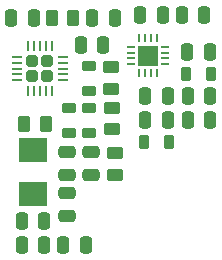
<source format=gbr>
%TF.GenerationSoftware,KiCad,Pcbnew,8.0.8*%
%TF.CreationDate,2025-04-03T17:01:25+02:00*%
%TF.ProjectId,nrf24small,6e726632-3473-46d6-916c-6c2e6b696361,rev?*%
%TF.SameCoordinates,Original*%
%TF.FileFunction,Paste,Top*%
%TF.FilePolarity,Positive*%
%FSLAX46Y46*%
G04 Gerber Fmt 4.6, Leading zero omitted, Abs format (unit mm)*
G04 Created by KiCad (PCBNEW 8.0.8) date 2025-04-03 17:01:25*
%MOMM*%
%LPD*%
G01*
G04 APERTURE LIST*
G04 Aperture macros list*
%AMRoundRect*
0 Rectangle with rounded corners*
0 $1 Rounding radius*
0 $2 $3 $4 $5 $6 $7 $8 $9 X,Y pos of 4 corners*
0 Add a 4 corners polygon primitive as box body*
4,1,4,$2,$3,$4,$5,$6,$7,$8,$9,$2,$3,0*
0 Add four circle primitives for the rounded corners*
1,1,$1+$1,$2,$3*
1,1,$1+$1,$4,$5*
1,1,$1+$1,$6,$7*
1,1,$1+$1,$8,$9*
0 Add four rect primitives between the rounded corners*
20,1,$1+$1,$2,$3,$4,$5,0*
20,1,$1+$1,$4,$5,$6,$7,0*
20,1,$1+$1,$6,$7,$8,$9,0*
20,1,$1+$1,$8,$9,$2,$3,0*%
G04 Aperture macros list end*
%ADD10RoundRect,0.218750X0.218750X0.381250X-0.218750X0.381250X-0.218750X-0.381250X0.218750X-0.381250X0*%
%ADD11R,0.254000X0.762000*%
%ADD12R,0.762000X0.254000*%
%ADD13R,1.752600X1.752600*%
%ADD14RoundRect,0.250000X0.250000X0.475000X-0.250000X0.475000X-0.250000X-0.475000X0.250000X-0.475000X0*%
%ADD15RoundRect,0.250000X0.450000X-0.262500X0.450000X0.262500X-0.450000X0.262500X-0.450000X-0.262500X0*%
%ADD16RoundRect,0.218750X0.381250X-0.218750X0.381250X0.218750X-0.381250X0.218750X-0.381250X-0.218750X0*%
%ADD17RoundRect,0.250000X-0.250000X-0.475000X0.250000X-0.475000X0.250000X0.475000X-0.250000X0.475000X0*%
%ADD18RoundRect,0.250000X0.475000X-0.250000X0.475000X0.250000X-0.475000X0.250000X-0.475000X-0.250000X0*%
%ADD19RoundRect,0.250000X-0.262500X-0.450000X0.262500X-0.450000X0.262500X0.450000X-0.262500X0.450000X0*%
%ADD20RoundRect,0.250000X-0.255000X-0.255000X0.255000X-0.255000X0.255000X0.255000X-0.255000X0.255000X0*%
%ADD21RoundRect,0.062500X-0.350000X-0.062500X0.350000X-0.062500X0.350000X0.062500X-0.350000X0.062500X0*%
%ADD22RoundRect,0.062500X-0.062500X-0.350000X0.062500X-0.350000X0.062500X0.350000X-0.062500X0.350000X0*%
%ADD23RoundRect,0.250000X0.262500X0.450000X-0.262500X0.450000X-0.262500X-0.450000X0.262500X-0.450000X0*%
%ADD24R,2.400000X2.000000*%
%ADD25RoundRect,0.218750X-0.381250X0.218750X-0.381250X-0.218750X0.381250X-0.218750X0.381250X0.218750X0*%
%ADD26RoundRect,0.250000X-0.450000X0.262500X-0.450000X-0.262500X0.450000X-0.262500X0.450000X0.262500X0*%
%ADD27RoundRect,0.250000X-0.475000X0.250000X-0.475000X-0.250000X0.475000X-0.250000X0.475000X0.250000X0*%
G04 APERTURE END LIST*
D10*
%TO.C,L7*%
X36499689Y-21509569D03*
X34374689Y-21509569D03*
%TD*%
D11*
%TO.C,U2*%
X31891966Y-18489231D03*
X31391965Y-18489231D03*
X30891965Y-18489231D03*
X30391964Y-18489231D03*
D12*
X29680223Y-19189613D03*
X29680223Y-19689614D03*
X29680223Y-20189614D03*
X29680223Y-20689615D03*
D11*
X30383166Y-21411381D03*
X30883167Y-21411381D03*
X31383167Y-21411381D03*
X31883168Y-21411381D03*
D12*
X32599867Y-20692122D03*
X32599867Y-20192121D03*
X32599867Y-19692121D03*
X32599867Y-19192120D03*
D13*
X31141245Y-19947800D03*
%TD*%
D14*
%TO.C,C17*%
X36366688Y-19610815D03*
X34466688Y-19610815D03*
%TD*%
D15*
%TO.C,R6*%
X28077995Y-26187854D03*
X28077995Y-24362854D03*
%TD*%
D14*
%TO.C,C4*%
X21454759Y-16802819D03*
X19554759Y-16802819D03*
%TD*%
D16*
%TO.C,L2*%
X26108385Y-26516912D03*
X26108385Y-24391912D03*
%TD*%
D17*
%TO.C,C14*%
X30916688Y-25365119D03*
X32816688Y-25365119D03*
%TD*%
D18*
%TO.C,C7*%
X24277921Y-30047567D03*
X24277921Y-28147567D03*
%TD*%
D14*
%TO.C,C10*%
X28303528Y-16802819D03*
X26403528Y-16802819D03*
%TD*%
D17*
%TO.C,C13*%
X30916688Y-23365119D03*
X32816688Y-23365119D03*
%TD*%
%TO.C,C11*%
X30500000Y-16500000D03*
X32400000Y-16500000D03*
%TD*%
D19*
%TO.C,R1*%
X22996138Y-16792567D03*
X24821138Y-16792567D03*
%TD*%
D17*
%TO.C,C3*%
X20470195Y-36005044D03*
X22370195Y-36005044D03*
%TD*%
%TO.C,C15*%
X34507690Y-25380681D03*
X36407690Y-25380681D03*
%TD*%
D20*
%TO.C,U1*%
X21345195Y-20417958D03*
X21345195Y-21667958D03*
X22595195Y-20417958D03*
X22595195Y-21667958D03*
D21*
X20032695Y-20042958D03*
X20032695Y-20542958D03*
X20032695Y-21042958D03*
X20032695Y-21542958D03*
X20032695Y-22042958D03*
D22*
X20970195Y-22980458D03*
X21470195Y-22980458D03*
X21970195Y-22980458D03*
X22470195Y-22980458D03*
X22970195Y-22980458D03*
D21*
X23907695Y-22042958D03*
X23907695Y-21542958D03*
X23907695Y-21042958D03*
X23907695Y-20542958D03*
X23907695Y-20042958D03*
D22*
X22970195Y-19105458D03*
X22470195Y-19105458D03*
X21970195Y-19105458D03*
X21470195Y-19105458D03*
X20970195Y-19105458D03*
%TD*%
D23*
%TO.C,R2*%
X22497839Y-25726701D03*
X20672839Y-25726701D03*
%TD*%
D18*
%TO.C,C8*%
X26277921Y-30047567D03*
X26277921Y-28147567D03*
%TD*%
D14*
%TO.C,C9*%
X27351116Y-19057794D03*
X25451116Y-19057794D03*
%TD*%
D24*
%TO.C,Y1*%
X21370195Y-31681930D03*
X21370195Y-27981930D03*
%TD*%
D25*
%TO.C,L4*%
X26120651Y-20834973D03*
X26120651Y-22959973D03*
%TD*%
D14*
%TO.C,C6*%
X22370195Y-33981930D03*
X20470195Y-33981930D03*
%TD*%
D26*
%TO.C,R4*%
X27997261Y-20909724D03*
X27997261Y-22734724D03*
%TD*%
D16*
%TO.C,L3*%
X24408385Y-26516912D03*
X24408385Y-24391912D03*
%TD*%
D17*
%TO.C,C16*%
X34500000Y-23365119D03*
X36400000Y-23365119D03*
%TD*%
%TO.C,C12*%
X34000000Y-16500000D03*
X35900000Y-16500000D03*
%TD*%
D27*
%TO.C,C5*%
X24293667Y-31604376D03*
X24293667Y-33504376D03*
%TD*%
D10*
%TO.C,L5*%
X32918935Y-27252339D03*
X30793935Y-27252339D03*
%TD*%
D17*
%TO.C,C1*%
X23964865Y-36000000D03*
X25864865Y-36000000D03*
%TD*%
D26*
%TO.C,R5*%
X28325158Y-28193670D03*
X28325158Y-30018670D03*
%TD*%
M02*

</source>
